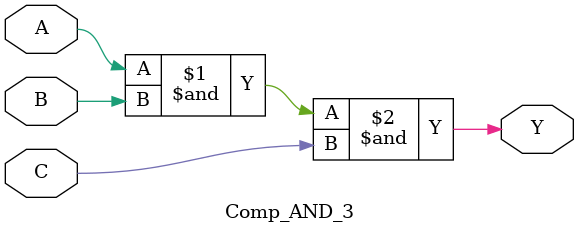
<source format=v>
`timescale 1ns / 1ps

module Comp_AND_3 (
    input A, 
    input B, 
    input C,
    output Y
    );

    assign Y = A & B & C;

endmodule

</source>
